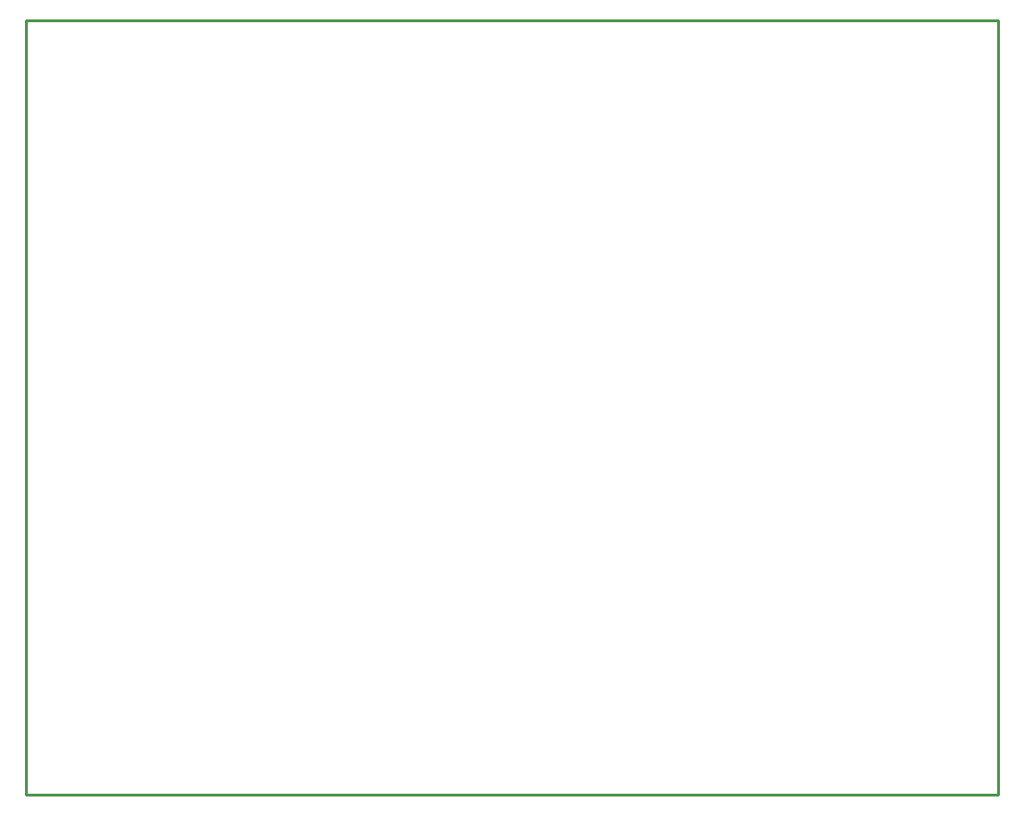
<source format=gbr>
G04 EAGLE Gerber RS-274X export*
G75*
%MOMM*%
%FSLAX34Y34*%
%LPD*%
%IN*%
%IPPOS*%
%AMOC8*
5,1,8,0,0,1.08239X$1,22.5*%
G01*
%ADD10C,0.254000*%


D10*
X355600Y190500D02*
X1244800Y190500D01*
X1244400Y898400D01*
X355600Y898400D01*
X355600Y190500D01*
M02*

</source>
